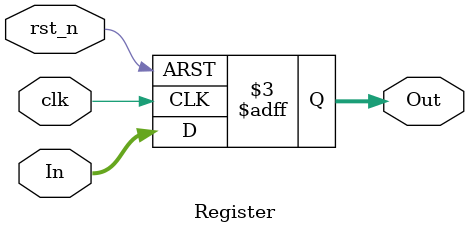
<source format=v>
module Register #(parameter DATA_WIDTH = 32) (
	input	wire						clk,
	input	wire						rst_n,
	input 	wire	[DATA_WIDTH-1:0]	In,
	output 	reg 	[DATA_WIDTH-1:0]	Out
	);

always@(posedge clk or negedge rst_n)
 begin
  if (!rst_n)
  	Out <= 'b0;
  else
  	Out <= In;
 end

endmodule
</source>
